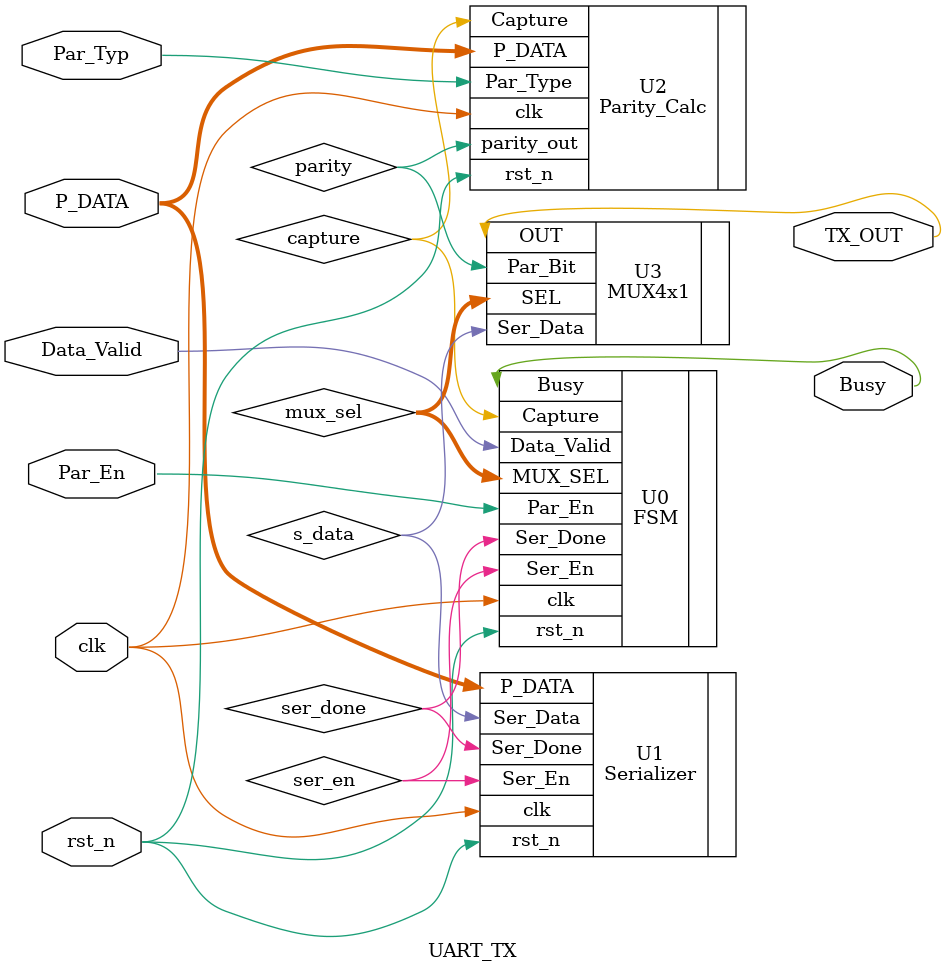
<source format=v>
module UART_TX(
    input wire        clk,
    input wire        rst_n,
    input wire [7:0]  P_DATA,
    input wire        Data_Valid,
    input wire        Par_En,
    input wire        Par_Typ, // 0: Even, 1: Odd
    output wire       TX_OUT,
    output wire       Busy
);

    wire [1:0] mux_sel;
    wire       ser_en, ser_done, capture, s_data, parity;

    FSM U0 (
        .clk(clk),
        .rst_n(rst_n),
        .Data_Valid(Data_Valid),
        .Ser_Done(ser_done),
        .Par_En(Par_En),
        .MUX_SEL(mux_sel),
        .Ser_En(ser_en),
        .Busy(Busy),
        .Capture(capture)
    );

    Serializer U1 (
        .clk(clk),
        .rst_n(rst_n),
        .P_DATA(P_DATA),
        .Ser_En(ser_en),
        .Ser_Data(s_data),
        .Ser_Done(ser_done)
    );

    Parity_Calc U2 (
        .clk(clk),
        .rst_n(rst_n),
        .P_DATA(P_DATA),
        .Capture(capture),
        .Par_Type(Par_Typ),
        .parity_out(parity)
    );

    MUX4x1 U3 (
        .Ser_Data(s_data),
        .Par_Bit(parity),
        .SEL(mux_sel),
        .OUT(TX_OUT)
    );

endmodule
</source>
